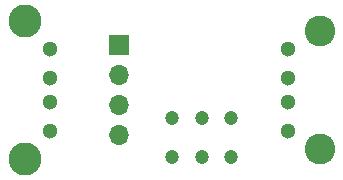
<source format=gbr>
G04 #@! TF.GenerationSoftware,KiCad,Pcbnew,(5.0.0)*
G04 #@! TF.CreationDate,2018-10-08T16:27:30-04:00*
G04 #@! TF.ProjectId,USBSwitchBuddy,555342506F7765725377746963682E6B,rev?*
G04 #@! TF.SameCoordinates,Original*
G04 #@! TF.FileFunction,Copper,L2,Bot,Signal*
G04 #@! TF.FilePolarity,Positive*
%FSLAX46Y46*%
G04 Gerber Fmt 4.6, Leading zero omitted, Abs format (unit mm)*
G04 Created by KiCad (PCBNEW (5.0.0)) date 10/08/18 16:27:30*
%MOMM*%
%LPD*%
G01*
G04 APERTURE LIST*
G04 #@! TA.AperFunction,ComponentPad*
%ADD10C,1.300000*%
G04 #@! TD*
G04 #@! TA.AperFunction,ComponentPad*
%ADD11C,2.800000*%
G04 #@! TD*
G04 #@! TA.AperFunction,ComponentPad*
%ADD12C,2.600000*%
G04 #@! TD*
G04 #@! TA.AperFunction,ComponentPad*
%ADD13O,1.700000X1.700000*%
G04 #@! TD*
G04 #@! TA.AperFunction,ComponentPad*
%ADD14R,1.700000X1.700000*%
G04 #@! TD*
G04 #@! TA.AperFunction,ComponentPad*
%ADD15C,1.200000*%
G04 #@! TD*
G04 APERTURE END LIST*
D10*
G04 #@! TO.P,J1,4*
G04 #@! TO.N,GND*
X72100000Y-76500000D03*
G04 #@! TO.P,J1,3*
G04 #@! TO.N,Net-(J1-Pad3)*
X72100000Y-79000000D03*
G04 #@! TO.P,J1,2*
G04 #@! TO.N,Net-(J1-Pad2)*
X72100000Y-81000000D03*
G04 #@! TO.P,J1,1*
G04 #@! TO.N,VCC*
X72100000Y-83500000D03*
D11*
G04 #@! TO.P,J1,5*
G04 #@! TO.N,GND*
X70000000Y-85850000D03*
X70000000Y-74150000D03*
G04 #@! TD*
D12*
G04 #@! TO.P,J2,5*
G04 #@! TO.N,GND*
X95000000Y-85000000D03*
D10*
G04 #@! TO.P,J2,4*
X92330000Y-76500000D03*
G04 #@! TO.P,J2,3*
G04 #@! TO.N,Net-(J1-Pad3)*
X92330000Y-79000000D03*
G04 #@! TO.P,J2,2*
G04 #@! TO.N,Net-(J1-Pad2)*
X92330000Y-81000000D03*
G04 #@! TO.P,J2,1*
G04 #@! TO.N,Net-(J2-Pad1)*
X92330000Y-83500000D03*
D12*
G04 #@! TO.P,J2,5*
G04 #@! TO.N,GND*
X95000000Y-75000000D03*
G04 #@! TD*
D13*
G04 #@! TO.P,J3,4*
G04 #@! TO.N,VCC*
X78000000Y-83810000D03*
G04 #@! TO.P,J3,3*
G04 #@! TO.N,Net-(J1-Pad2)*
X78000000Y-81270000D03*
G04 #@! TO.P,J3,2*
G04 #@! TO.N,Net-(J1-Pad3)*
X78000000Y-78730000D03*
D14*
G04 #@! TO.P,J3,1*
G04 #@! TO.N,GND*
X78000000Y-76190000D03*
G04 #@! TD*
D15*
G04 #@! TO.P,SW1,2*
G04 #@! TO.N,VCC*
X85000000Y-85650000D03*
X85000000Y-82350000D03*
G04 #@! TO.P,SW1,3*
G04 #@! TO.N,Net-(J2-Pad1)*
X87500000Y-82350000D03*
X87500000Y-85650000D03*
G04 #@! TO.P,SW1,1*
G04 #@! TO.N,Net-(SW1-Pad1)*
X82500000Y-85650000D03*
X82500000Y-82350000D03*
G04 #@! TD*
M02*

</source>
